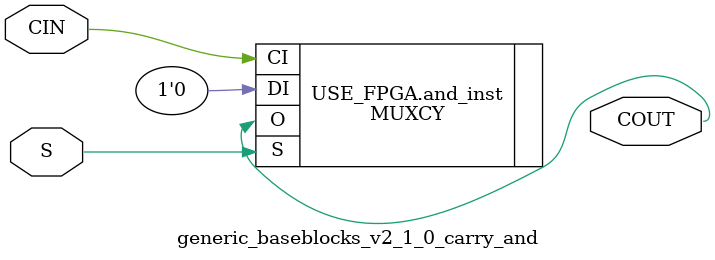
<source format=v>
`timescale 1ps/1ps


(* DowngradeIPIdentifiedWarnings="yes" *) 
module generic_baseblocks_v2_1_0_carry_and #
  (
   parameter         C_FAMILY                         = "virtex6"
                       // FPGA Family. Current version: virtex6 or spartan6.
   )
  (
   input  wire        CIN,
   input  wire        S,
   output wire        COUT
   );
  
  
  /////////////////////////////////////////////////////////////////////////////
  // Variables for generating parameter controlled instances.
  /////////////////////////////////////////////////////////////////////////////
  
  
  /////////////////////////////////////////////////////////////////////////////
  // Local params
  /////////////////////////////////////////////////////////////////////////////
  
  
  /////////////////////////////////////////////////////////////////////////////
  // Functions
  /////////////////////////////////////////////////////////////////////////////
  
  
  /////////////////////////////////////////////////////////////////////////////
  // Internal signals
  /////////////////////////////////////////////////////////////////////////////

  
  /////////////////////////////////////////////////////////////////////////////
  // Instantiate or use RTL code
  /////////////////////////////////////////////////////////////////////////////
  
  generate
    if ( C_FAMILY == "rtl" ) begin : USE_RTL
      assign COUT = CIN & S;
      
    end else begin : USE_FPGA
      MUXCY and_inst 
      (
       .O (COUT), 
       .CI (CIN), 
       .DI (1'b0), 
       .S (S)
      ); 
      
    end
  endgenerate
  
  
endmodule

</source>
